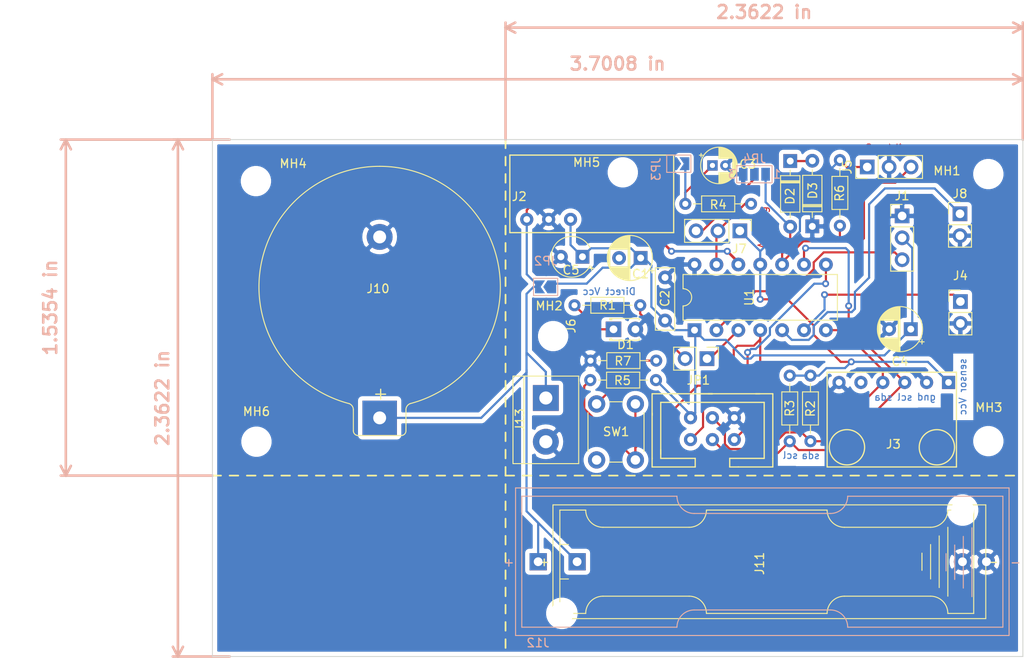
<source format=kicad_pcb>
(kicad_pcb (version 20171130) (host pcbnew "(5.1.6)-1")
  (title_block (title "TinySensor Board") (date 2018-11-11) (rev 1.1))
  (layers (0 F.Cu signal) (31 B.Cu signal) (34 B.Paste user) (35 F.Paste user) (36 B.SilkS user) (37 F.SilkS user) (38 B.Mask user) (39 F.Mask user) (44 Edge.Cuts user))
  (net 0 "")
  (net 1 /SCL)
  (net 2 /LED_OUT)
  (net 3 /TX_RADIO)
  (net 4 /SDA)
  (net 5 GND)
  (net 6 +BATT)
  (net 7 /RESET)
  (net 8 /OneWire)
  (net 9 /MISO)
  (net 10 /Analog_sensor)
  (net 11 /PWM_OUT)
  (net 12 "Net-(C3-Pad1)")
  (net 13 "Net-(JP1-Pad2)")
  (net 14 VCC)
  (net 15 /SENSOR_VCC)
  (net 16 /INT0)
  (net 17 "Net-(D1-Pad1)")
  (net 18 "Net-(D2-Pad1)")
  (net 19 "Net-(J7-Pad3)")
  (net 20 "Net-(R7-Pad2)")
  (module Connector_PinHeader_2.54mm:PinHeader_1x02_P2.54mm_Vertical (layer F.Cu) (at 170.36796 73.42632 270)
    (fp_text reference JP1 (at 2.5 1) (layer F.SilkS))
    (fp_text value "LED Jumper")
    (pad 2 thru_hole oval (at 0 2.54 270) (size 1.7 1.7) (drill 1) (layers *.Cu *.Mask) (net 13 "Net-(JP1-Pad2)"))
    (pad 1 thru_hole rect (at 0 0 270) (size 1.7 1.7) (drill 1) (layers *.Cu *.Mask) (net 2 /LED_OUT))
  )
  (module Capacitor_THT:CP_Radial_D5.0mm_P2.50mm (layer F.Cu) (at 162.67176 61.74232 180)
    (fp_text reference C1 (at 0.0254 -1.8542 180) (layer F.SilkS))
    (fp_text value 10u)
    (pad 2 thru_hole circle (at 2.5 0 180) (size 1.6 1.6) (drill 0.8) (layers *.Cu *.Mask) (net 5 GND))
    (pad 1 thru_hole rect (at 0 0 180) (size 1.6 1.6) (drill 0.8) (layers *.Cu *.Mask) (net 14 VCC))
  )
  (module Button_Switch_THT:SW_PUSH_6mm_H4.3mm (layer F.Cu) (at 162.06216 78.68412 270)
    (fp_text reference SW1 (at 3.2258 2.2352 180) (layer F.SilkS))
    (fp_text value RESET)
    (pad 1 thru_hole circle (at 6.5 0) (size 2 2) (drill 1.1) (layers *.Cu *.Mask) (net 7 /RESET))
    (pad 2 thru_hole circle (at 6.5 4.5) (size 2 2) (drill 1.1) (layers *.Cu *.Mask) (net 20 "Net-(R7-Pad2)"))
    (pad 1 thru_hole circle (at 0 0) (size 2 2) (drill 1.1) (layers *.Cu *.Mask) (net 7 /RESET))
    (pad 2 thru_hole circle (at 0 4.5) (size 2 2) (drill 1.1) (layers *.Cu *.Mask) (net 20 "Net-(R7-Pad2)"))
  )
  (module Resistor_THT:R_Axial_DIN0204_L3.6mm_D1.6mm_P7.62mm_Horizontal (layer F.Cu) (at 156.85516 73.65492)
    (fp_text reference R7 (at 3.7592 0.0508) (layer F.SilkS))
    (fp_text value 4k7)
    (pad 2 thru_hole oval (at 7.62 0) (size 1.4 1.4) (drill 0.7) (layers *.Cu *.Mask) (net 20 "Net-(R7-Pad2)"))
    (pad 1 thru_hole circle (at 0 0) (size 1.4 1.4) (drill 0.7) (layers *.Cu *.Mask) (net 5 GND))
  )
  (module Battery:BatteryHolder_Keystone_2460_1xAA (layer B.Cu) (at 150.78456 96.99752)
    (fp_text reference J12 (at -0.02 9.42 -180) (layer B.SilkS) (effects (justify mirror)))
    (fp_text value "AA Socket")
    (fp_text user - (at 55.37 0.06) (layer B.SilkS) (effects (justify mirror)))
    (fp_text user + (at -3.4 0.06) (layer B.SilkS) (effects (justify mirror)))
    (pad "" np_thru_hole circle (at 2.75 5.995 270) (size 2.64 2.64) (drill 2.64) (layers *.Cu *.Mask))
    (pad "" np_thru_hole circle (at 49.23 -5.995) (size 2.64 2.64) (drill 2.64) (layers *.Cu *.Mask))
    (pad 2 thru_hole circle (at 51.99 0 180) (size 2 2) (drill 1.02) (layers *.Cu *.Mask) (net 5 GND))
    (pad 1 thru_hole rect (at 0 0 180) (size 2 2) (drill 1.02) (layers *.Cu *.Mask) (net 6 +BATT))
  )
  (module Resistor_THT:R_Axial_DIN0204_L3.6mm_D1.6mm_P7.62mm_Horizontal (layer F.Cu) (at 156.82976 75.91552)
    (fp_text reference R5 (at 3.7338 0.0508) (layer F.SilkS))
    (fp_text value 10k)
    (pad 1 thru_hole circle (at 0 0) (size 1.4 1.4) (drill 0.7) (layers *.Cu *.Mask) (net 7 /RESET))
    (pad 2 thru_hole oval (at 7.62 0) (size 1.4 1.4) (drill 0.7) (layers *.Cu *.Mask) (net 14 VCC))
  )
  (module Jumper:SolderJumper-3_P1.3mm_Open_Pad1.0x1.5mm_NumberLabels (layer B.Cu) (at 175.86452 52.0192 180)
    (fp_text reference JP4 (at 0 1.8) (layer B.SilkS) (effects (justify mirror)))
    (fp_text value "Analog ref")
    (fp_text user 1 (at -2.6 0) (layer B.SilkS) (effects (justify mirror)))
    (fp_text user 3 (at 2.6 0) (layer B.SilkS) (effects (justify mirror)))
    (pad 1 smd rect (at -1.3 0 180) (size 1 1.5) (layers B.Cu B.Mask) (net 8 /OneWire))
    (pad 2 smd rect (at 0 0 180) (size 1 1.5) (layers B.Cu B.Mask) (net 19 "Net-(J7-Pad3)"))
    (pad 3 smd rect (at 1.3 0 180) (size 1 1.5) (layers B.Cu B.Mask) (net 5 GND))
  )
  (module Resistor_THT:R_Axial_DIN0204_L3.6mm_D1.6mm_P7.62mm_Horizontal (layer F.Cu) (at 185.78068 57.99836 90)
    (fp_text reference R6 (at 3.7846 -0.03556 90) (layer F.SilkS))
    (fp_text value 4k7)
    (pad 2 thru_hole oval (at 7.62 0 90) (size 1.4 1.4) (drill 0.7) (layers *.Cu *.Mask) (net 15 /SENSOR_VCC))
    (pad 1 thru_hole circle (at 0 0 90) (size 1.4 1.4) (drill 0.7) (layers *.Cu *.Mask) (net 8 /OneWire))
  )
  (module Connector_PinHeader_2.54mm:PinHeader_1x03_P2.54mm_Vertical (layer F.Cu) (at 188.9506 51.181 90)
    (fp_text reference J5 (at 0 -2.33 90) (layer F.SilkS))
    (fp_text value "OneWire sensor")
    (pad 3 thru_hole oval (at 0 5.08 90) (size 1.7 1.7) (drill 1) (layers *.Cu *.Mask) (net 8 /OneWire))
    (pad 2 thru_hole oval (at 0 2.54 90) (size 1.7 1.7) (drill 1) (layers *.Cu *.Mask) (net 5 GND))
    (pad 1 thru_hole rect (at 0 0 90) (size 1.7 1.7) (drill 1) (layers *.Cu *.Mask) (net 15 /SENSOR_VCC))
  )
  (module Diode_THT:D_DO-35_SOD27_P7.62mm_Horizontal (layer F.Cu) (at 182.58028 58.07456 90)
    (fp_text reference D3 (at 4.14528 0.04064 90) (layer F.SilkS))
    (fp_text value 1N914)
    (pad 2 thru_hole oval (at 7.62 0 90) (size 1.6 1.6) (drill 0.8) (layers *.Cu *.Mask) (net 18 "Net-(D2-Pad1)"))
    (pad 1 thru_hole rect (at 0 0 90) (size 1.6 1.6) (drill 0.8) (layers *.Cu *.Mask) (net 5 GND))
  )
  (module Diode_THT:D_DO-35_SOD27_P7.62mm_Horizontal (layer F.Cu) (at 180.01996 50.49012 270)
    (fp_text reference D2 (at 4.07924 0.02032 90) (layer F.SilkS))
    (fp_text value 1N914)
    (pad 2 thru_hole oval (at 7.62 0 270) (size 1.6 1.6) (drill 0.8) (layers *.Cu *.Mask) (net 8 /OneWire))
    (pad 1 thru_hole rect (at 0 0 270) (size 1.6 1.6) (drill 0.8) (layers *.Cu *.Mask) (net 18 "Net-(D2-Pad1)"))
  )
  (module LED_THT:LED_D1.8mm_W3.3mm_H2.4mm (layer F.Cu) (at 159.52216 70.02272)
    (fp_text reference D1 (at 1.397 1.778) (layer F.SilkS))
    (fp_text value LED)
    (pad 2 thru_hole circle (at 2.54 0) (size 1.8 1.8) (drill 0.9) (layers *.Cu *.Mask) (net 5 GND))
    (pad 1 thru_hole rect (at 0 0) (size 1.8 1.8) (drill 0.9) (layers *.Cu *.Mask) (net 17 "Net-(D1-Pad1)"))
  )
  (module Connector_PinHeader_2.54mm:PinHeader_1x02_P2.54mm_Vertical (layer F.Cu) (at 199.71004 56.61152)
    (fp_text reference J8 (at 0 -2.33) (layer F.SilkS))
    (fp_text value "EXT. INT0")
    (pad 2 thru_hole oval (at 0 2.54) (size 1.7 1.7) (drill 1) (layers *.Cu *.Mask) (net 5 GND))
    (pad 1 thru_hole rect (at 0 0) (size 1.7 1.7) (drill 1) (layers *.Cu *.Mask) (net 16 /INT0))
  )
  (module "battery supp.:BatteryHolder_Keystone_106_1x21mm" (layer F.Cu) (at 132.4 80.3 90)
    (fp_text reference J10 (at 14.992 -0.19) (layer F.SilkS))
    (fp_text value "CR2032 socket")
    (fp_text user + (at 2.75 0 90) (layer F.SilkS) (effects (font (size 1.5 1.5))))
    (pad 2 thru_hole circle (at 21 0 90) (size 3 3) (drill 1.5) (layers *.Cu *.Mask) (net 5 GND))
    (pad 1 thru_hole rect (at 0 0 90) (size 4 4) (drill 1.5) (layers *.Cu *.Mask) (net 6 +BATT))
  )
  (module Jumper:SolderJumper-2_P1.3mm_Open_TrianglePad1.0x1.5mm (layer B.Cu) (at 167.095 50.8)
    (fp_text reference JP3 (at -2.63 0.635 90) (layer B.SilkS) (effects (justify mirror)))
    (fp_text value " ")
    (pad 1 smd custom (at -0.725 0) (size 0.3 0.3) (layers B.Cu B.Mask) (net 5 GND) (options (clearance outline) (anchor rect)) (primitives (gr_poly (pts (xy -0.5 0.75) (xy 0.5 0.75) (xy 1 0) (xy 0.5 -0.75) (xy -0.5 -0.75)) (width 0))))
    (pad 2 smd custom (at 0.725 0) (size 0.3 0.3) (layers B.Cu B.Mask) (net 12 "Net-(C3-Pad1)") (options (clearance outline) (anchor rect)) (primitives (gr_poly (pts (xy -0.65 0.75) (xy 0.5 0.75) (xy 0.5 -0.75) (xy -0.65 -0.75) (xy -0.15 0)) (width 0))))
  )
  (module Jumper:SolderJumper-2_P1.3mm_Open_TrianglePad1.0x1.5mm (layer B.Cu) (at 151.64816 65.09512 180)
    (fp_text reference JP2 (at 0 3) (layer B.SilkS) (effects (justify mirror)))
    (fp_text value "DIRECT Vcc")
    (pad 2 smd custom (at 0.725 0 180) (size 0.3 0.3) (layers B.Cu B.Mask) (net 6 +BATT) (options (clearance outline) (anchor rect)) (primitives (gr_poly (pts (xy -0.65 0.75) (xy 0.5 0.75) (xy 0.5 -0.75) (xy -0.65 -0.75) (xy -0.15 0)) (width 0))))
    (pad 1 smd custom (at -0.725 0 180) (size 0.3 0.3) (layers B.Cu B.Mask) (net 14 VCC) (options (clearance outline) (anchor rect)) (primitives (gr_poly (pts (xy -0.5 0.75) (xy 0.5 0.75) (xy 1 0) (xy 0.5 -0.75) (xy -0.5 -0.75)) (width 0))))
  )
  (module Connector_PinHeader_2.54mm:PinHeader_1x02_P2.54mm_Vertical (layer F.Cu) (at 199.75576 66.79692)
    (fp_text reference J4 (at 0 -3) (layer F.SilkS))
    (fp_text value "PWM out")
    (pad 1 thru_hole rect (at 0 0) (size 1.7 1.7) (drill 1) (layers *.Cu *.Mask) (net 11 /PWM_OUT))
    (pad 2 thru_hole oval (at 0 2.54) (size 1.7 1.7) (drill 1) (layers *.Cu *.Mask) (net 5 GND))
  )
  (module Capacitor_THT:C_Rect_L7.0mm_W2.0mm_P5.00mm (layer F.Cu) (at 165.5 64 270)
    (fp_text reference C2 (at 2.44132 0.00884 90) (layer F.SilkS))
    (fp_text value 100n)
    (pad 1 thru_hole circle (at 0 0 270) (size 1.6 1.6) (drill 0.8) (layers *.Cu *.Mask) (net 5 GND))
    (pad 2 thru_hole circle (at 5 0 270) (size 1.6 1.6) (drill 0.8) (layers *.Cu *.Mask) (net 14 VCC))
  )
  (module Capacitor_THT:CP_Radial_D5.0mm_P2.50mm (layer F.Cu) (at 194 70 180)
    (fp_text reference C4 (at 1.25 -3.75 180) (layer F.SilkS))
    (fp_text value 10u)
    (pad 1 thru_hole rect (at 0 0 180) (size 1.6 1.6) (drill 0.8) (layers *.Cu *.Mask) (net 14 VCC))
    (pad 2 thru_hole circle (at 2.5 0 180) (size 1.6 1.6) (drill 0.8) (layers *.Cu *.Mask) (net 5 GND))
  )
  (module "TinySensor lib:DC-DC_0.9v-3.3v_to_3.3v" (layer F.Cu) (at 147.5 58.8)
    (fp_text reference J2 (at 1.09 -4.19) (layer F.SilkS))
    (fp_text value "DCDC converter")
    (pad 3 thru_hole circle (at 7.04 -1.54) (size 1.524 1.524) (drill 0.762) (layers *.Cu *.Mask) (net 14 VCC))
    (pad 2 thru_hole circle (at 4.5 -1.54) (size 1.524 1.524) (drill 0.762) (layers *.Cu *.Mask) (net 5 GND))
    (pad 1 thru_hole circle (at 1.96 -1.54) (size 1.524 1.524) (drill 0.762) (layers *.Cu *.Mask) (net 6 +BATT))
  )
  (module TerminalBlock:TerminalBlock_bornier-2_P5.08mm (layer F.Cu) (at 151.67356 77.99324 270)
    (fp_text reference J13 (at 2.54 3 270) (layer F.SilkS))
    (fp_text value "RAW IN")
    (pad 1 thru_hole rect (at 0 0 270) (size 3 3) (drill 1.52) (layers *.Cu *.Mask) (net 6 +BATT))
    (pad 2 thru_hole circle (at 5.08 0 270) (size 3 3) (drill 1.52) (layers *.Cu *.Mask) (net 5 GND))
  )
  (module Connector_PinHeader_2.54mm:PinHeader_1x03_P2.54mm_Vertical (layer F.Cu) (at 192.99936 56.86044)
    (fp_text reference J1 (at 0 -2.33 180) (layer F.SilkS))
    (fp_text value RADIO)
    (pad 3 thru_hole oval (at 0 5.08) (size 1.7 1.7) (drill 1) (layers *.Cu *.Mask) (net 3 /TX_RADIO))
    (pad 2 thru_hole oval (at 0 2.54) (size 1.7 1.7) (drill 1) (layers *.Cu *.Mask) (net 14 VCC))
    (pad 1 thru_hole rect (at 0 0) (size 1.7 1.7) (drill 1) (layers *.Cu *.Mask) (net 5 GND))
  )
  (module Connector_PinHeader_2.54mm:PinHeader_1x03_P2.54mm_Vertical (layer F.Cu) (at 174.17796 58.59272 270)
    (fp_text reference J7 (at 2.0828 0.0508 180) (layer F.SilkS))
    (fp_text value "Analog sensor")
    (pad 1 thru_hole rect (at 0 0 270) (size 1.7 1.7) (drill 1) (layers *.Cu *.Mask) (net 15 /SENSOR_VCC))
    (pad 2 thru_hole oval (at 0 2.54 270) (size 1.7 1.7) (drill 1) (layers *.Cu *.Mask) (net 10 /Analog_sensor))
    (pad 3 thru_hole oval (at 0 5.08 270) (size 1.7 1.7) (drill 1) (layers *.Cu *.Mask) (net 19 "Net-(J7-Pad3)"))
  )
  (module "TinySensor lib:ICSP_SOCKET_MINI_2x3" (layer F.Cu) (at 164 85)
    (fp_text reference J6 (at -9.4012 -15.374 -270) (layer F.SilkS))
    (fp_text value ISP)
    (pad 6 thru_hole circle (at 9.53428 -4.71488) (size 1.524 1.524) (drill 0.762) (layers *.Cu *.Mask) (net 5 GND))
    (pad 5 thru_hole circle (at 9.53428 -2.17488) (size 1.524 1.524) (drill 0.762) (layers *.Cu *.Mask) (net 7 /RESET))
    (pad 4 thru_hole circle (at 6.99428 -4.71488) (size 1.524 1.524) (drill 0.762) (layers *.Cu *.Mask) (net 4 /SDA))
    (pad 3 thru_hole circle (at 6.99428 -2.17488) (size 1.524 1.524) (drill 0.762) (layers *.Cu *.Mask) (net 1 /SCL))
    (pad 2 thru_hole circle (at 4.45428 -4.71488) (size 1.524 1.524) (drill 0.762) (layers *.Cu *.Mask) (net 14 VCC))
    (pad 1 thru_hole circle (at 4.45428 -2.17488) (size 1.524 1.524) (drill 0.762) (layers *.Cu *.Mask) (net 9 /MISO))
  )
  (module Package_DIP:DIP-14_W7.62mm (layer F.Cu) (at 168.92 70.12 90)
    (fp_text reference U1 (at 3.81 6.35 90) (layer F.SilkS))
    (fp_text value ATtiny84A-PU)
    (pad 14 thru_hole oval (at 7.62 0 90) (size 1.6 1.6) (drill 0.8) (layers *.Cu *.Mask) (net 5 GND))
    (pad 7 thru_hole oval (at 0 15.24 90) (size 1.6 1.6) (drill 0.8) (layers *.Cu *.Mask) (net 4 /SDA))
    (pad 13 thru_hole oval (at 7.62 2.54 90) (size 1.6 1.6) (drill 0.8) (layers *.Cu *.Mask) (net 10 /Analog_sensor))
    (pad 6 thru_hole oval (at 0 12.7 90) (size 1.6 1.6) (drill 0.8) (layers *.Cu *.Mask) (net 11 /PWM_OUT))
    (pad 12 thru_hole oval (at 7.62 5.08 90) (size 1.6 1.6) (drill 0.8) (layers *.Cu *.Mask) (net 6 +BATT))
    (pad 5 thru_hole oval (at 0 10.16 90) (size 1.6 1.6) (drill 0.8) (layers *.Cu *.Mask) (net 16 /INT0))
    (pad 11 thru_hole oval (at 7.62 7.62 90) (size 1.6 1.6) (drill 0.8) (layers *.Cu *.Mask) (net 15 /SENSOR_VCC))
    (pad 4 thru_hole oval (at 0 7.62 90) (size 1.6 1.6) (drill 0.8) (layers *.Cu *.Mask) (net 7 /RESET))
    (pad 10 thru_hole oval (at 7.62 10.16 90) (size 1.6 1.6) (drill 0.8) (layers *.Cu *.Mask) (net 8 /OneWire))
    (pad 3 thru_hole oval (at 0 5.08 90) (size 1.6 1.6) (drill 0.8) (layers *.Cu *.Mask) (net 2 /LED_OUT))
    (pad 9 thru_hole oval (at 7.62 12.7 90) (size 1.6 1.6) (drill 0.8) (layers *.Cu *.Mask) (net 1 /SCL))
    (pad 2 thru_hole oval (at 0 2.54 90) (size 1.6 1.6) (drill 0.8) (layers *.Cu *.Mask) (net 3 /TX_RADIO))
    (pad 8 thru_hole oval (at 7.62 15.24 90) (size 1.6 1.6) (drill 0.8) (layers *.Cu *.Mask) (net 9 /MISO))
    (pad 1 thru_hole rect (at 0 0 90) (size 1.6 1.6) (drill 0.8) (layers *.Cu *.Mask) (net 14 VCC))
  )
  (module Capacitor_THT:CP_Radial_Tantal_D4.5mm_P2.50mm (layer F.Cu) (at 155.92044 61.60008 180)
    (fp_text reference C5 (at 1.32588 -1.53924) (layer F.SilkS))
    (fp_text value 1n)
    (pad 1 thru_hole rect (at 0 0 180) (size 1.6 1.6) (drill 0.8) (layers *.Cu *.Mask) (net 14 VCC))
    (pad 2 thru_hole circle (at 2.5 0 180) (size 1.6 1.6) (drill 0.8) (layers *.Cu *.Mask) (net 5 GND))
  )
  (module MountingHole:MountingHole_2.5mm (layer F.Cu) (at 118.11 83.06562)
    (fp_text reference MH6 (at 0 -3.5) (layer F.SilkS))
    (fp_text value MountingHole)
    (pad 1 np_thru_hole circle (at 0 0) (size 2.5 2.5) (drill 2.5) (layers *.Cu *.Mask))
  )
  (module Battery:BatteryHolder_Keystone_2466_1xAAA (layer F.Cu) (at 155.3 97)
    (fp_text reference J11 (at 21.168 0.206 -90) (layer F.SilkS))
    (fp_text value "AAA socket")
    (fp_text user - (at 48.26 0) (layer F.SilkS))
    (fp_text user + (at -3.81 0) (layer F.SilkS))
    (pad 1 thru_hole rect (at 0 0) (size 2 2) (drill 1.02) (layers *.Cu *.Mask) (net 6 +BATT))
    (pad 2 thru_hole circle (at 44.7 0) (size 2 2) (drill 1.02) (layers *.Cu *.Mask) (net 5 GND))
  )
  (module Resistor_THT:R_Axial_DIN0204_L3.6mm_D1.6mm_P7.62mm_Horizontal (layer F.Cu) (at 155.00096 67.22872)
    (fp_text reference R1 (at 3.8354 0) (layer F.SilkS))
    (fp_text value 1k)
    (pad 1 thru_hole circle (at 0 0) (size 1.4 1.4) (drill 0.7) (layers *.Cu *.Mask) (net 17 "Net-(D1-Pad1)"))
    (pad 2 thru_hole oval (at 7.62 0) (size 1.4 1.4) (drill 0.7) (layers *.Cu *.Mask) (net 13 "Net-(JP1-Pad2)"))
  )
  (module Resistor_THT:R_Axial_DIN0204_L3.6mm_D1.6mm_P7.62mm_Horizontal (layer F.Cu) (at 182.36444 75.3934 270)
    (fp_text reference R2 (at 3.832 0 90) (layer F.SilkS))
    (fp_text value 4,7k)
    (pad 1 thru_hole circle (at 0 0 270) (size 1.4 1.4) (drill 0.7) (layers *.Cu *.Mask) (net 15 /SENSOR_VCC))
    (pad 2 thru_hole oval (at 7.62 0 270) (size 1.4 1.4) (drill 0.7) (layers *.Cu *.Mask) (net 4 /SDA))
  )
  (module MountingHole:MountingHole_2.5mm (layer F.Cu) (at 118.04904 52.81676)
    (fp_text reference MH4 (at 4.318 -2.032) (layer F.SilkS))
    (fp_text value MountingHole)
    (pad 1 np_thru_hole circle (at 0 0) (size 2.5 2.5) (drill 2.5) (layers *.Cu *.Mask))
  )
  (module MountingHole:MountingHole_2.5mm (layer F.Cu) (at 160.6 51.8)
    (fp_text reference MH5 (at -4.2 -1.15) (layer F.SilkS))
    (fp_text value MountingHole)
    (pad 1 np_thru_hole circle (at 0 0) (size 2.5 2.5) (drill 2.5) (layers *.Cu *.Mask))
  )
  (module MountingHole:MountingHole_2.5mm (layer F.Cu) (at 203 83)
    (fp_text reference MH3 (at 0.06 -3.9) (layer F.SilkS))
    (fp_text value MountingHole)
    (pad 1 np_thru_hole circle (at 0 0) (size 2.5 2.5) (drill 2.5) (layers *.Cu *.Mask))
  )
  (module MountingHole:MountingHole_2.5mm (layer F.Cu) (at 203 52)
    (fp_text reference MH1 (at -4.8 -0.37) (layer F.SilkS))
    (fp_text value MountingHole)
    (pad 1 np_thru_hole circle (at 0 0) (size 2.5 2.5) (drill 2.5) (layers *.Cu *.Mask))
  )
  (module MountingHole:MountingHole_2.5mm (layer F.Cu) (at 152.5228 70.808)
    (fp_text reference MH2 (at -0.46824 -3.50308) (layer F.SilkS))
    (fp_text value MountingHole)
    (pad 1 np_thru_hole circle (at 0 0) (size 2.5 2.5) (drill 2.5) (layers *.Cu *.Mask))
  )
  (module "TinySensor lib:BMx280_breakout" (layer F.Cu) (at 193.3 80 180)
    (fp_text reference J3 (at 1.31664 -3.35772) (layer F.SilkS))
    (fp_text value "I2C Sensor (BME/BMP 280)")
    (pad 6 thru_hole circle (at 7.62 3.81 180) (size 1.524 1.524) (drill 0.762) (layers *.Cu *.Mask) (net 5 GND))
    (pad 5 thru_hole circle (at 5.08 3.81 180) (size 1.524 1.524) (drill 0.762) (layers *.Cu *.Mask))
    (pad 4 thru_hole circle (at 2.54 3.81 180) (size 1.524 1.524) (drill 0.762) (layers *.Cu *.Mask) (net 4 /SDA))
    (pad 3 thru_hole circle (at 0 3.81 180) (size 1.524 1.524) (drill 0.762) (layers *.Cu *.Mask) (net 1 /SCL))
    (pad 2 thru_hole circle (at -2.54 3.81 180) (size 1.524 1.524) (drill 0.762) (layers *.Cu *.Mask) (net 5 GND))
    (pad 1 thru_hole rect (at -5.08 3.81 180) (size 1.524 1.524) (drill 0.762) (layers *.Cu *.Mask) (net 15 /SENSOR_VCC))
  )
  (module Resistor_THT:R_Axial_DIN0204_L3.6mm_D1.6mm_P7.62mm_Horizontal (layer F.Cu) (at 179.96444 75.3934 270)
    (fp_text reference R3 (at 3.8 0 90) (layer F.SilkS))
    (fp_text value 4,7k)
    (pad 1 thru_hole circle (at 0 0 270) (size 1.4 1.4) (drill 0.7) (layers *.Cu *.Mask) (net 15 /SENSOR_VCC))
    (pad 2 thru_hole oval (at 7.62 0 270) (size 1.4 1.4) (drill 0.7) (layers *.Cu *.Mask) (net 1 /SCL))
  )
  (module Capacitor_THT:CP_Radial_D4.0mm_P1.50mm (layer F.Cu) (at 171 51)
    (fp_text reference C3 (at 4.09 -0.14 180) (layer F.SilkS))
    (fp_text value 1u)
    (pad 1 thru_hole rect (at 0 0) (size 1.2 1.2) (drill 0.6) (layers *.Cu *.Mask) (net 12 "Net-(C3-Pad1)"))
    (pad 2 thru_hole circle (at 1.5 0) (size 1.2 1.2) (drill 0.6) (layers *.Cu *.Mask) (net 5 GND))
  )
  (module Resistor_THT:R_Axial_DIN0204_L3.6mm_D1.6mm_P7.62mm_Horizontal (layer F.Cu) (at 175.47336 55.45836 180)
    (fp_text reference R4 (at 3.81 -0.102 180) (layer F.SilkS))
    (fp_text value 75R)
    (pad 1 thru_hole circle (at 0 0 180) (size 1.4 1.4) (drill 0.7) (layers *.Cu *.Mask) (net 10 /Analog_sensor))
    (pad 2 thru_hole oval (at 7.62 0 180) (size 1.4 1.4) (drill 0.7) (layers *.Cu *.Mask) (net 12 "Net-(C3-Pad1)"))
  )
  (gr_text "sda\n" (at 182.38216 84.67344) (layer B.Cu) (effects (font (size 0.8 0.8) (thickness 0.125)) (justify mirror)))
  (gr_text "Digital out" (at 202.32116 68.24472 90) (layer F.Cu) (effects (font (size 1 1) (thickness 0.125))))
  (gr_text "sensor Vcc" (at 200.03516 76.70292 90) (layer B.Cu) (effects (font (size 0.8 0.8) (thickness 0.125)) (justify mirror)))
  (gr_text gnd (at 195.81876 77.87132) (layer B.Cu) (effects (font (size 0.8 0.8) (thickness 0.125)) (justify mirror)))
  (gr_text scl (at 193.30416 77.89672) (layer B.Cu) (effects (font (size 0.8 0.8) (thickness 0.125)) (justify mirror)))
  (gr_text sda (at 190.81496 77.89672) (layer B.Cu) (effects (font (size 0.8 0.8) (thickness 0.125)) (justify mirror)))
  (gr_text "Ext. Int0" (at 202.29576 58.03392 90) (layer F.Cu) (effects (font (size 1 1) (thickness 0.125))))
  (gr_text "scl\n" (at 180.03012 84.64804) (layer B.Cu) (effects (font (size 0.8 0.8) (thickness 0.125)) (justify mirror)))
  (gr_text i2c (at 192.11036 81.27492) (layer F.Cu) (effects (font (size 1 1) (thickness 0.125))))
  (gr_text DC-DC (at 151.03856 51.42992) (layer F.Cu) (effects (font (size 1 1) (thickness 0.125))))
  (gr_text "Direct Vcc" (at 159.01416 65.62852) (layer B.Cu) (effects (font (size 0.8 0.8) (thickness 0.125)) (justify mirror)))
  (gr_text OneWire (at 191.55156 49.06772) (layer F.Cu) (effects (font (size 1 1) (thickness 0.125))))
  (gr_text Analog (at 176.81956 58.18632 90) (layer F.Cu) (effects (font (size 1 1) (thickness 0.125))))
  (gr_text "Signal output" (at 195.56 59.39 90) (layer F.Cu) (effects (font (size 1 1) (thickness 0.125))))
  (gr_line (start 205 87) (end 206 87) (layer F.SilkS) (width 0.2))
  (gr_line (start 203 87) (end 204 87) (layer F.SilkS) (width 0.2))
  (gr_line (start 201 87) (end 202 87) (layer F.SilkS) (width 0.2))
  (gr_line (start 199 87) (end 200 87) (layer F.SilkS) (width 0.2))
  (gr_line (start 197 87) (end 198 87) (layer F.SilkS) (width 0.2))
  (gr_line (start 195 87) (end 196 87) (layer F.SilkS) (width 0.2))
  (gr_line (start 193 87) (end 194 87) (layer F.SilkS) (width 0.2))
  (gr_line (start 191 87) (end 192 87) (layer F.SilkS) (width 0.2))
  (gr_line (start 189 87) (end 190 87) (layer F.SilkS) (width 0.2))
  (gr_line (start 187 87) (end 188 87) (layer F.SilkS) (width 0.2))
  (gr_line (start 185 87) (end 186 87) (layer F.SilkS) (width 0.2))
  (gr_line (start 183 87) (end 184 87) (layer F.SilkS) (width 0.2))
  (gr_line (start 181 87) (end 182 87) (layer F.SilkS) (width 0.2))
  (gr_line (start 179 87) (end 180 87) (layer F.SilkS) (width 0.2))
  (gr_line (start 177 87) (end 178 87) (layer F.SilkS) (width 0.2))
  (gr_line (start 175 87) (end 176 87) (layer F.SilkS) (width 0.2))
  (gr_line (start 173 87) (end 174 87) (layer F.SilkS) (width 0.2))
  (gr_line (start 171 87) (end 172 87) (layer F.SilkS) (width 0.2))
  (gr_line (start 169 87) (end 170 87) (layer F.SilkS) (width 0.2))
  (gr_line (start 167 87) (end 168 87) (layer F.SilkS) (width 0.2))
  (gr_line (start 165 87) (end 166 87) (layer F.SilkS) (width 0.2))
  (gr_line (start 163 87) (end 164 87) (layer F.SilkS) (width 0.2))
  (gr_line (start 161 87) (end 162 87) (layer F.SilkS) (width 0.2))
  (gr_line (start 159 87) (end 160 87) (layer F.SilkS) (width 0.2))
  (gr_line (start 157 87) (end 158 87) (layer F.SilkS) (width 0.2))
  (gr_line (start 155 87) (end 156 87) (layer F.SilkS) (width 0.2))
  (gr_line (start 153 87) (end 154 87) (layer F.SilkS) (width 0.2))
  (gr_line (start 151 87) (end 152 87) (layer F.SilkS) (width 0.2))
  (gr_line (start 149 87) (end 150 87) (layer F.SilkS) (width 0.2))
  (gr_line (start 147 87) (end 148 87) (layer F.SilkS) (width 0.2))
  (gr_line (start 145 87) (end 146 87) (layer F.SilkS) (width 0.2))
  (gr_line (start 143 87) (end 144 87) (layer F.SilkS) (width 0.2))
  (gr_line (start 141 87) (end 142 87) (layer F.SilkS) (width 0.2))
  (gr_line (start 139 87) (end 140 87) (layer F.SilkS) (width 0.2))
  (gr_line (start 137 87) (end 138 87) (layer F.SilkS) (width 0.2))
  (gr_line (start 135 87) (end 136 87) (layer F.SilkS) (width 0.2))
  (gr_line (start 133 87) (end 134 87) (layer F.SilkS) (width 0.2))
  (gr_line (start 131 87) (end 132 87) (layer F.SilkS) (width 0.2))
  (gr_line (start 129 87) (end 130 87) (layer F.SilkS) (width 0.2))
  (gr_line (start 127 87) (end 128 87) (layer F.SilkS) (width 0.2))
  (gr_line (start 125 87) (end 126 87) (layer F.SilkS) (width 0.2))
  (gr_line (start 123 87) (end 124 87) (layer F.SilkS) (width 0.2))
  (gr_line (start 121 87) (end 122 87) (layer F.SilkS) (width 0.2))
  (gr_line (start 119 87) (end 120 87) (layer F.SilkS) (width 0.2))
  (gr_line (start 117 87) (end 118 87) (layer F.SilkS) (width 0.2))
  (gr_line (start 115 87) (end 116 87) (layer F.SilkS) (width 0.2))
  (gr_line (start 113 87) (end 114 87) (layer F.SilkS) (width 0.2))
  (gr_line (start 147 106) (end 147 107) (layer F.SilkS) (width 0.2))
  (gr_line (start 147 104) (end 147 105) (layer F.SilkS) (width 0.2))
  (gr_line (start 147 102) (end 147 103) (layer F.SilkS) (width 0.2))
  (gr_line (start 147 100) (end 147 101) (layer F.SilkS) (width 0.2))
  (gr_line (start 147 98) (end 147 99) (layer F.SilkS) (width 0.2))
  (gr_line (start 147 96) (end 147 97) (layer F.SilkS) (width 0.2))
  (gr_line (start 147 94) (end 147 95) (layer F.SilkS) (width 0.2))
  (gr_line (start 147 92) (end 147 93) (layer F.SilkS) (width 0.2))
  (gr_line (start 147 90) (end 147 91) (layer F.SilkS) (width 0.2))
  (gr_line (start 147 88) (end 147 89) (layer F.SilkS) (width 0.2))
  (gr_line (start 147 86) (end 147 87) (layer F.SilkS) (width 0.2))
  (gr_line (start 147 84) (end 147 85) (layer F.SilkS) (width 0.2))
  (gr_line (start 147 82) (end 147 83) (layer F.SilkS) (width 0.2))
  (gr_line (start 147 80) (end 147 81) (layer F.SilkS) (width 0.2))
  (gr_line (start 147 78) (end 147 79) (layer F.SilkS) (width 0.2))
  (gr_line (start 147 76) (end 147 77) (layer F.SilkS) (width 0.2))
  (gr_line (start 147 74) (end 147 75) (layer F.SilkS) (width 0.2))
  (gr_line (start 147 72) (end 147 73) (layer F.SilkS) (width 0.2))
  (gr_line (start 147 70) (end 147 71) (layer F.SilkS) (width 0.2))
  (gr_line (start 147 68) (end 147 69) (layer F.SilkS) (width 0.2))
  (gr_line (start 147 66) (end 147 67) (layer F.SilkS) (width 0.2))
  (gr_line (start 147 64) (end 147 65) (layer F.SilkS) (width 0.2))
  (gr_line (start 147 62) (end 147 63) (layer F.SilkS) (width 0.2))
  (gr_line (start 147 60) (end 147 61) (layer F.SilkS) (width 0.2))
  (gr_line (start 147 58) (end 147 59) (layer F.SilkS) (width 0.2))
  (gr_line (start 147 58) (end 147 59) (layer F.SilkS) (width 0.2))
  (gr_line (start 147 56) (end 147 57) (layer F.SilkS) (width 0.2))
  (gr_line (start 147 54) (end 147 55) (layer F.SilkS) (width 0.2))
  (gr_line (start 147 52) (end 147 53) (layer F.SilkS) (width 0.2))
  (gr_line (start 147 50) (end 147 51) (layer F.SilkS) (width 0.2))
  (gr_line (start 147 48) (end 147 49) (layer F.SilkS) (width 0.2))
  (dimension 39 (width 0.3) (layer B.SilkS) (gr_text "39,000 mm" (at 93.9 67.5 270) (layer B.SilkS) (effects (font (size 1.5 1.5) (thickness 0.3)))) (feature1 (pts (xy 113 87) (xy 95.413579 87))) (feature2 (pts (xy 113 48) (xy 95.413579 48))) (crossbar (pts (xy 96 48) (xy 96 87))) (arrow1a (pts (xy 96 87) (xy 95.413579 85.873496))) (arrow1b (pts (xy 96 87) (xy 96.586421 85.873496))) (arrow2a (pts (xy 96 48) (xy 95.413579 49.126504))) (arrow2b (pts (xy 96 48) (xy 96.586421 49.126504))))
  (dimension 60 (width 0.3) (layer B.SilkS) (gr_text "60,000 mm" (at 177 32.9) (layer B.SilkS) (effects (font (size 1.5 1.5) (thickness 0.3)))) (feature1 (pts (xy 207 48) (xy 207 34.413579))) (feature2 (pts (xy 147 48) (xy 147 34.413579))) (crossbar (pts (xy 147 35) (xy 207 35))) (arrow1a (pts (xy 207 35) (xy 205.873496 35.586421))) (arrow1b (pts (xy 207 35) (xy 205.873496 34.413579))) (arrow2a (pts (xy 147 35) (xy 148.126504 35.586421))) (arrow2b (pts (xy 147 35) (xy 148.126504 34.413579))))
  (gr_text "TinySensor v2.1" (at 204.98816 66.11112 90) (layer F.Cu) (effects (font (size 1.5 1.5) (thickness 0.3))))
  (dimension 94 (width 0.3) (layer B.SilkS) (gr_text "94,000 mm" (at 160 38.9) (layer B.SilkS) (effects (font (size 1.5 1.5) (thickness 0.3)))) (feature1 (pts (xy 207 48) (xy 207 40.413579))) (feature2 (pts (xy 113 48) (xy 113 40.413579))) (crossbar (pts (xy 113 41) (xy 207 41))) (arrow1a (pts (xy 207 41) (xy 205.873496 41.586421))) (arrow1b (pts (xy 207 41) (xy 205.873496 40.413579))) (arrow2a (pts (xy 113 41) (xy 114.126504 41.586421))) (arrow2b (pts (xy 113 41) (xy 114.126504 40.413579))))
  (dimension 60 (width 0.3) (layer B.SilkS) (gr_text "60,000 mm" (at 106.9 78 90) (layer B.SilkS) (effects (font (size 1.5 1.5) (thickness 0.3)))) (feature1 (pts (xy 115 48) (xy 108.413579 48))) (feature2 (pts (xy 115 108) (xy 108.413579 108))) (crossbar (pts (xy 109 108) (xy 109 48))) (arrow1a (pts (xy 109 48) (xy 109.586421 49.126504))) (arrow1b (pts (xy 109 48) (xy 108.413579 49.126504))) (arrow2a (pts (xy 109 108) (xy 109.586421 106.873496))) (arrow2b (pts (xy 109 108) (xy 108.413579 106.873496))))
  (gr_line (start 207 48) (end 113 48) (layer Edge.Cuts) (width 0.1))
  (gr_line (start 207 108) (end 207 48) (layer Edge.Cuts) (width 0.1))
  (gr_line (start 113 108) (end 207 108) (layer Edge.Cuts) (width 0.1))
  (gr_line (start 113 48) (end 113 108) (layer Edge.Cuts) (width 0.1))
  (via (at 181.8 60.6) (size 0.8) (drill 0.4) (layers F.Cu B.Cu) (net 1))
  (via (at 186.8 67.3) (size 0.8) (drill 0.4) (layers F.Cu B.Cu) (net 1))
  (segment (start 181.62 60.78) (end 181.8 60.6) (width 0.25) (layer F.Cu) (net 1))
  (segment (start 181.62 62.5) (end 181.62 60.78) (width 0.25) (layer F.Cu) (net 1))
  (segment (start 186.8 67.3) (end 186.8 69.69) (width 0.25) (layer F.Cu) (net 1))
  (segment (start 186.8 69.69) (end 193.3 76.19) (width 0.25) (layer F.Cu) (net 1))
  (segment (start 178.61571 84.36213) (end 179.96444 83.0134) (width 0.25) (layer F.Cu) (net 1))
  (segment (start 172.53129 84.36213) (end 178.61571 84.36213) (width 0.25) (layer F.Cu) (net 1))
  (segment (start 170.99428 82.82512) (end 172.53129 84.36213) (width 0.25) (layer F.Cu) (net 1))
  (segment (start 180.989441 84.038401) (end 185.451599 84.038401) (width 0.25) (layer F.Cu) (net 1))
  (segment (start 185.451599 84.038401) (end 187.35094 82.13906) (width 0.25) (layer F.Cu) (net 1))
  (segment (start 179.96444 83.0134) (end 180.989441 84.038401) (width 0.25) (layer F.Cu) (net 1))
  (segment (start 187.35094 82.13906) (end 193.3 76.19) (width 0.25) (layer F.Cu) (net 1))
  (segment (start 186.46208 60.6) (end 181.8 60.6) (width 0.25) (layer B.Cu) (net 1))
  (segment (start 186.8 67.3) (end 186.8 60.93792) (width 0.25) (layer B.Cu) (net 1))
  (segment (start 186.8 60.93792) (end 186.46208 60.6) (width 0.25) (layer B.Cu) (net 1))
  (segment (start 170.69368 73.42632) (end 174 70.12) (width 0.25) (layer F.Cu) (net 2))
  (segment (start 170.36796 73.42632) (end 170.69368 73.42632) (width 0.25) (layer F.Cu) (net 2))
  (segment (start 175.98 65.6) (end 171.46 70.12) (width 0.25) (layer F.Cu) (net 3))
  (segment (start 180.185002 65.6) (end 175.98 65.6) (width 0.25) (layer F.Cu) (net 3))
  (segment (start 182.745001 63.040001) (end 180.185002 65.6) (width 0.25) (layer F.Cu) (net 3))
  (segment (start 182.745001 62.249997) (end 182.745001 63.040001) (width 0.25) (layer F.Cu) (net 3))
  (segment (start 183.904557 61.090441) (end 182.745001 62.249997) (width 0.25) (layer F.Cu) (net 3))
  (segment (start 192.149361 61.090441) (end 183.904557 61.090441) (width 0.25) (layer F.Cu) (net 3))
  (segment (start 192.99936 61.94044) (end 192.149361 61.090441) (width 0.25) (layer F.Cu) (net 3))
  (segment (start 190.76 76.66) (end 190.76 76.19) (width 0.25) (layer F.Cu) (net 4))
  (segment (start 184.16 70.12) (end 186.12 70.12) (width 0.25) (layer F.Cu) (net 4))
  (segment (start 190.76 74.76) (end 190.76 76.19) (width 0.25) (layer F.Cu) (net 4))
  (segment (start 186.12 70.12) (end 190.76 74.76) (width 0.25) (layer F.Cu) (net 4))
  (segment (start 183.9366 83.0134) (end 182.36444 83.0134) (width 0.25) (layer F.Cu) (net 4))
  (segment (start 190.76 76.19) (end 183.9366 83.0134) (width 0.25) (layer F.Cu) (net 4))
  (segment (start 177.548717 83.912121) (end 179.472439 81.988399) (width 0.25) (layer F.Cu) (net 4))
  (segment (start 173.012519 83.912121) (end 177.548717 83.912121) (width 0.25) (layer F.Cu) (net 4))
  (segment (start 181.339439 81.988399) (end 182.36444 83.0134) (width 0.25) (layer F.Cu) (net 4))
  (segment (start 179.472439 81.988399) (end 181.339439 81.988399) (width 0.25) (layer F.Cu) (net 4))
  (segment (start 172.447279 83.346881) (end 173.012519 83.912121) (width 0.25) (layer F.Cu) (net 4))
  (segment (start 172.447279 81.738119) (end 172.447279 83.346881) (width 0.25) (layer F.Cu) (net 4))
  (segment (start 170.99428 80.28512) (end 172.447279 81.738119) (width 0.25) (layer F.Cu) (net 4))
  (via (at 172.72 60.96) (size 0.8) (drill 0.4) (layers F.Cu B.Cu) (net 6))
  (via (at 166.25 60.96) (size 0.8) (drill 0.4) (layers F.Cu B.Cu) (net 6))
  (segment (start 174 62.24) (end 172.72 60.96) (width 0.3) (layer F.Cu) (net 6))
  (segment (start 174 62.5) (end 174 62.24) (width 0.3) (layer F.Cu) (net 6))
  (segment (start 172.72 60.96) (end 166.25 60.96) (width 0.3) (layer B.Cu) (net 6))
  (segment (start 162 56.71) (end 166.25 60.96) (width 0.3) (layer F.Cu) (net 6))
  (segment (start 149.46 56.18237) (end 150.64237 55) (width 0.25) (layer F.Cu) (net 6))
  (segment (start 149.46 57.26) (end 149.46 56.18237) (width 0.25) (layer F.Cu) (net 6))
  (segment (start 160.29 55) (end 162 56.71) (width 0.25) (layer F.Cu) (net 6))
  (segment (start 150.64237 55) (end 160.29 55) (width 0.25) (layer F.Cu) (net 6))
  (segment (start 161.977999 56.687999) (end 162 56.71) (width 0.3) (layer F.Cu) (net 6))
  (segment (start 144.17504 80.3) (end 149.435 75.04004) (width 0.25) (layer B.Cu) (net 6))
  (segment (start 132.4 80.3) (end 144.17504 80.3) (width 0.25) (layer B.Cu) (net 6))
  (segment (start 149.435 75.04004) (end 149.435 74.95368) (width 0.25) (layer B.Cu) (net 6))
  (segment (start 151.67356 74.96212) (end 149.435 72.72356) (width 0.25) (layer B.Cu) (net 6))
  (segment (start 151.67356 77.99324) (end 151.67356 74.96212) (width 0.25) (layer B.Cu) (net 6))
  (segment (start 149.435 74.73868) (end 149.435 91.135) (width 0.25) (layer B.Cu) (net 6))
  (segment (start 149.435 74.95368) (end 149.435 74.73868) (width 0.25) (layer B.Cu) (net 6))
  (segment (start 150.78456 92.48456) (end 150.34864 92.04864) (width 0.25) (layer B.Cu) (net 6))
  (segment (start 150.78456 96.99752) (end 150.78456 92.48456) (width 0.25) (layer B.Cu) (net 6))
  (segment (start 149.435 91.135) (end 150.34864 92.04864) (width 0.25) (layer B.Cu) (net 6))
  (segment (start 150.34864 92.04864) (end 155.3 97) (width 0.25) (layer B.Cu) (net 6))
  (segment (start 149.46 63.63196) (end 150.92316 65.09512) (width 0.25) (layer B.Cu) (net 6))
  (segment (start 149.46 57.26) (end 149.46 63.63196) (width 0.25) (layer B.Cu) (net 6))
  (segment (start 150.92316 65.09512) (end 150.25116 65.09512) (width 0.25) (layer B.Cu) (net 6))
  (segment (start 150.25116 65.09512) (end 149.435 65.91128) (width 0.25) (layer B.Cu) (net 6))
  (segment (start 149.435 74.73868) (end 149.435 73.12488) (width 0.25) (layer B.Cu) (net 6))
  (segment (start 149.435 65.91128) (end 149.435 73.12488) (width 0.25) (layer B.Cu) (net 6))
  (segment (start 149.435 73.12488) (end 149.435 72.72356) (width 0.25) (layer B.Cu) (net 6))
  (segment (start 173.53428 82.82512) (end 176.54 79.8194) (width 0.25) (layer F.Cu) (net 7))
  (segment (start 162.06216 85.18412) (end 162.06216 83.769907) (width 0.25) (layer F.Cu) (net 7))
  (segment (start 175.80324 71.92772) (end 176.54 71.19096) (width 0.25) (layer F.Cu) (net 7))
  (segment (start 173.904347 71.92772) (end 175.80324 71.92772) (width 0.25) (layer F.Cu) (net 7))
  (segment (start 176.54 79.8194) (end 176.54 71.19096) (width 0.25) (layer F.Cu) (net 7))
  (segment (start 176.54 71.19096) (end 176.54 70.12) (width 0.25) (layer F.Cu) (net 7))
  (segment (start 156.129761 76.615519) (end 156.129761 79.251721) (width 0.25) (layer F.Cu) (net 7))
  (segment (start 156.129761 79.251721) (end 162.06216 85.18412) (width 0.25) (layer F.Cu) (net 7))
  (segment (start 156.82976 75.91552) (end 156.129761 76.615519) (width 0.25) (layer F.Cu) (net 7))
  (segment (start 169.265954 76.566114) (end 171.495366 76.566114) (width 0.25) (layer F.Cu) (net 7))
  (segment (start 162.06216 83.769907) (end 169.265954 76.566114) (width 0.25) (layer F.Cu) (net 7))
  (segment (start 171.495366 76.566114) (end 173.469653 74.591827) (width 0.25) (layer F.Cu) (net 7))
  (segment (start 173.469653 74.591827) (end 173.469653 72.362413) (width 0.25) (layer F.Cu) (net 7))
  (segment (start 173.469653 72.362413) (end 173.904347 71.92772) (width 0.25) (layer F.Cu) (net 7))
  (segment (start 162.06216 78.68412) (end 162.06216 85.18412) (width 0.25) (layer F.Cu) (net 7))
  (segment (start 192.21196 52.99964) (end 194.0306 51.181) (width 0.25) (layer F.Cu) (net 8))
  (segment (start 190.43396 52.99964) (end 192.21196 52.99964) (width 0.25) (layer F.Cu) (net 8))
  (segment (start 188.5696 54.864) (end 190.43396 52.99964) (width 0.25) (layer F.Cu) (net 8))
  (segment (start 180.8734 60.453598) (end 181.520158 59.80684) (width 0.25) (layer F.Cu) (net 8))
  (segment (start 188.5696 59.45632) (end 188.5696 54.864) (width 0.25) (layer F.Cu) (net 8))
  (segment (start 188.21908 59.80684) (end 188.5696 59.45632) (width 0.25) (layer F.Cu) (net 8))
  (segment (start 185.78068 57.99836) (end 185.78068 59.3344) (width 0.25) (layer F.Cu) (net 8))
  (segment (start 185.78068 59.3344) (end 185.30824 59.80684) (width 0.25) (layer F.Cu) (net 8))
  (segment (start 181.520158 59.80684) (end 185.30824 59.80684) (width 0.25) (layer F.Cu) (net 8))
  (segment (start 185.30824 59.80684) (end 188.21908 59.80684) (width 0.25) (layer F.Cu) (net 8))
  (segment (start 179.08 62.246998) (end 181.520158 59.80684) (width 0.25) (layer F.Cu) (net 8))
  (segment (start 179.08 62.5) (end 179.08 62.246998) (width 0.25) (layer F.Cu) (net 8))
  (segment (start 179.08016 62.49984) (end 179.08 62.5) (width 0.25) (layer F.Cu) (net 8))
  (segment (start 177.16452 55.25468) (end 180.01996 58.11012) (width 0.25) (layer B.Cu) (net 8))
  (segment (start 177.16452 52.0192) (end 177.16452 55.25468) (width 0.25) (layer B.Cu) (net 8))
  (segment (start 180.01996 58.11012) (end 180.01996 60.27928) (width 0.25) (layer F.Cu) (net 8))
  (segment (start 179.08 61.21924) (end 179.08 62.5) (width 0.25) (layer F.Cu) (net 8))
  (segment (start 180.01996 60.27928) (end 179.08 61.21924) (width 0.25) (layer F.Cu) (net 8))
  (via (at 184.125 64.725) (size 0.8) (drill 0.4) (layers F.Cu B.Cu) (net 9))
  (via (at 175.075 72.7) (size 0.8) (drill 0.4) (layers F.Cu B.Cu) (net 9))
  (segment (start 184.16 64.69) (end 184.125 64.725) (width 0.25) (layer F.Cu) (net 9))
  (segment (start 184.16 62.5) (end 184.16 64.69) (width 0.25) (layer F.Cu) (net 9))
  (segment (start 175.474999 72.300001) (end 175.075 72.7) (width 0.25) (layer B.Cu) (net 9))
  (segment (start 176.025001 72.300001) (end 175.474999 72.300001) (width 0.25) (layer B.Cu) (net 9))
  (segment (start 177.665001 70.660001) (end 176.025001 72.300001) (width 0.25) (layer B.Cu) (net 9))
  (segment (start 177.665001 69.869997) (end 177.665001 70.660001) (width 0.25) (layer B.Cu) (net 9))
  (segment (start 182.809998 64.725) (end 177.665001 69.869997) (width 0.25) (layer B.Cu) (net 9))
  (segment (start 184.125 64.725) (end 182.809998 64.725) (width 0.25) (layer B.Cu) (net 9))
  (segment (start 169.907279 81.372121) (end 168.45428 82.82512) (width 0.25) (layer F.Cu) (net 9))
  (segment (start 175.075 74.25648) (end 169.907279 79.424201) (width 0.25) (layer F.Cu) (net 9))
  (segment (start 175.075 72.7) (end 175.075 74.25648) (width 0.25) (layer F.Cu) (net 9))
  (segment (start 169.907279 79.424201) (end 169.907279 81.372121) (width 0.25) (layer F.Cu) (net 9))
  (segment (start 171.49572 62.46428) (end 171.46 62.5) (width 0.25) (layer F.Cu) (net 10))
  (segment (start 171.46 58.77068) (end 171.63796 58.59272) (width 0.25) (layer F.Cu) (net 10))
  (segment (start 171.46 62.5) (end 171.46 58.77068) (width 0.25) (layer F.Cu) (net 10))
  (segment (start 174.77232 55.45836) (end 175.47336 55.45836) (width 0.25) (layer F.Cu) (net 10))
  (segment (start 171.63796 58.59272) (end 174.77232 55.45836) (width 0.25) (layer F.Cu) (net 10))
  (via (at 184 66) (size 0.8) (drill 0.4) (layers F.Cu B.Cu) (net 11))
  (segment (start 184 67.74) (end 181.62 70.12) (width 0.25) (layer B.Cu) (net 11))
  (segment (start 184 66) (end 184 67.74) (width 0.25) (layer B.Cu) (net 11))
  (segment (start 198.95884 66) (end 184 66) (width 0.25) (layer F.Cu) (net 11))
  (segment (start 199.75576 66.79692) (end 198.95884 66) (width 0.25) (layer F.Cu) (net 11))
  (segment (start 170.88 51) (end 171 51) (width 0.25) (layer F.Cu) (net 12))
  (segment (start 168.02 51) (end 167.82 50.8) (width 0.25) (layer B.Cu) (net 12))
  (segment (start 167.85336 50.83336) (end 167.82 50.8) (width 0.25) (layer B.Cu) (net 12))
  (segment (start 167.85336 55.45836) (end 167.85336 50.83336) (width 0.25) (layer B.Cu) (net 12))
  (segment (start 167.85336 54.14664) (end 171 51) (width 0.25) (layer F.Cu) (net 12))
  (segment (start 167.85336 55.45836) (end 167.85336 54.14664) (width 0.25) (layer F.Cu) (net 12))
  (segment (start 167.82796 73.42632) (end 165.05936 70.65772) (width 0.25) (layer F.Cu) (net 13))
  (segment (start 162.62096 68.21932) (end 165.05936 70.65772) (width 0.25) (layer F.Cu) (net 13))
  (segment (start 162.62096 67.22872) (end 162.62096 68.21932) (width 0.25) (layer F.Cu) (net 13))
  (segment (start 166.62 70.12) (end 168.92 70.12) (width 0.25) (layer B.Cu) (net 14))
  (segment (start 165.5 69) (end 166.62 70.12) (width 0.25) (layer B.Cu) (net 14))
  (segment (start 154.54 60.21964) (end 155.92044 61.60008) (width 0.25) (layer B.Cu) (net 14))
  (segment (start 154.54 57.26) (end 154.54 60.21964) (width 0.25) (layer B.Cu) (net 14))
  (segment (start 194.174361 69.825639) (end 194 70) (width 0.25) (layer B.Cu) (net 14))
  (segment (start 194.174361 60.575441) (end 194.174361 69.825639) (width 0.25) (layer B.Cu) (net 14))
  (segment (start 192.99936 59.40044) (end 194.174361 60.575441) (width 0.25) (layer B.Cu) (net 14))
  (segment (start 190.951999 73.048001) (end 175.800001 73.048001) (width 0.25) (layer B.Cu) (net 14))
  (segment (start 194 70) (end 190.951999 73.048001) (width 0.25) (layer B.Cu) (net 14))
  (segment (start 162.67176 61.74232) (end 163.05276 61.74232) (width 0.25) (layer B.Cu) (net 14))
  (segment (start 163.05276 61.74232) (end 163.91636 62.60592) (width 0.25) (layer B.Cu) (net 14))
  (segment (start 163.91636 67.41636) (end 165.5 69) (width 0.25) (layer B.Cu) (net 14))
  (segment (start 163.91636 62.60592) (end 163.91636 67.41636) (width 0.25) (layer B.Cu) (net 14))
  (segment (start 156.40442 64.72058) (end 152.7477 64.72058) (width 0.25) (layer B.Cu) (net 14))
  (segment (start 161.546759 62.867321) (end 158.257679 62.867321) (width 0.25) (layer B.Cu) (net 14))
  (segment (start 152.7477 64.72058) (end 152.37316 65.09512) (width 0.25) (layer B.Cu) (net 14))
  (segment (start 158.257679 62.867321) (end 156.40442 64.72058) (width 0.25) (layer B.Cu) (net 14))
  (segment (start 162.67176 61.74232) (end 161.546759 62.867321) (width 0.25) (layer B.Cu) (net 14))
  (segment (start 169.002961 79.736439) (end 168.45428 80.28512) (width 0.25) (layer B.Cu) (net 14))
  (segment (start 169.002961 70.202961) (end 169.002961 79.736439) (width 0.25) (layer B.Cu) (net 14))
  (segment (start 168.92 70.12) (end 169.002961 70.202961) (width 0.25) (layer B.Cu) (net 14))
  (segment (start 168.45428 79.92004) (end 168.45428 80.28512) (width 0.25) (layer B.Cu) (net 14))
  (segment (start 164.44976 75.91552) (end 168.45428 79.92004) (width 0.25) (layer B.Cu) (net 14))
  (segment (start 175.423001 73.425001) (end 175.800001 73.048001) (width 0.25) (layer B.Cu) (net 14))
  (segment (start 174.726999 73.425001) (end 175.423001 73.425001) (width 0.25) (layer B.Cu) (net 14))
  (segment (start 172.546999 71.245001) (end 174.726999 73.425001) (width 0.25) (layer B.Cu) (net 14))
  (segment (start 170.045001 71.245001) (end 172.546999 71.245001) (width 0.25) (layer B.Cu) (net 14))
  (segment (start 168.92 70.12) (end 170.045001 71.245001) (width 0.25) (layer B.Cu) (net 14))
  (segment (start 156.903201 60.617319) (end 155.92044 61.60008) (width 0.25) (layer B.Cu) (net 14))
  (segment (start 161.546759 60.617319) (end 156.903201 60.617319) (width 0.25) (layer B.Cu) (net 14))
  (segment (start 162.67176 61.74232) (end 161.546759 60.617319) (width 0.25) (layer B.Cu) (net 14))
  (segment (start 176.54 62.5) (end 176.54 66.54) (width 0.25) (layer B.Cu) (net 15))
  (via (at 176.54 66.54) (size 0.8) (drill 0.4) (layers F.Cu B.Cu) (net 15))
  (via (at 187.10148 73.79716) (size 0.8) (drill 0.4) (layers F.Cu B.Cu) (net 15))
  (segment (start 195.98716 73.79716) (end 198.38 76.19) (width 0.25) (layer B.Cu) (net 15))
  (segment (start 187.10148 73.79716) (end 195.98716 73.79716) (width 0.25) (layer B.Cu) (net 15))
  (segment (start 182.745001 70.660001) (end 182.745001 69.579999) (width 0.25) (layer F.Cu) (net 15))
  (segment (start 185.88216 73.79716) (end 182.745001 70.660001) (width 0.25) (layer F.Cu) (net 15))
  (segment (start 179.705002 66.54) (end 176.54 66.54) (width 0.25) (layer F.Cu) (net 15))
  (segment (start 182.745001 69.579999) (end 179.705002 66.54) (width 0.25) (layer F.Cu) (net 15))
  (segment (start 187.10148 73.79716) (end 185.88216 73.79716) (width 0.25) (layer F.Cu) (net 15))
  (segment (start 179.96444 75.3934) (end 182.36444 75.3934) (width 0.25) (layer B.Cu) (net 15))
  (segment (start 183.354389 75.3934) (end 184.219109 74.52868) (width 0.25) (layer B.Cu) (net 15))
  (segment (start 182.36444 75.3934) (end 183.354389 75.3934) (width 0.25) (layer B.Cu) (net 15))
  (segment (start 186.36996 74.52868) (end 187.10148 73.79716) (width 0.25) (layer B.Cu) (net 15))
  (segment (start 184.219109 74.52868) (end 186.36996 74.52868) (width 0.25) (layer B.Cu) (net 15))
  (segment (start 188.9506 51.181) (end 188.765399 51.366201) (width 0.25) (layer F.Cu) (net 15))
  (segment (start 186.58332 51.181) (end 185.78068 50.37836) (width 0.25) (layer F.Cu) (net 15))
  (segment (start 188.9506 51.181) (end 186.58332 51.181) (width 0.25) (layer F.Cu) (net 15))
  (segment (start 176.54 60.95476) (end 174.17796 58.59272) (width 0.25) (layer B.Cu) (net 15))
  (segment (start 176.54 62.5) (end 176.54 60.95476) (width 0.25) (layer B.Cu) (net 15))
  (segment (start 181.144961 58.650121) (end 179.602162 60.19292) (width 0.25) (layer B.Cu) (net 15))
  (segment (start 185.78068 50.37836) (end 181.144961 55.014079) (width 0.25) (layer B.Cu) (net 15))
  (segment (start 181.144961 55.014079) (end 181.144961 58.650121) (width 0.25) (layer B.Cu) (net 15))
  (segment (start 177.30184 60.19292) (end 176.54 60.95476) (width 0.25) (layer B.Cu) (net 15))
  (segment (start 179.602162 60.19292) (end 177.30184 60.19292) (width 0.25) (layer B.Cu) (net 15))
  (segment (start 180.205001 71.245001) (end 179.08 70.12) (width 0.25) (layer B.Cu) (net 16))
  (segment (start 182.160001 71.245001) (end 180.205001 71.245001) (width 0.25) (layer B.Cu) (net 16))
  (segment (start 182.745001 70.660001) (end 182.160001 71.245001) (width 0.25) (layer B.Cu) (net 16))
  (segment (start 184.351409 68.025001) (end 182.745001 69.631409) (width 0.25) (layer B.Cu) (net 16))
  (segment (start 187.525001 67.648001) (end 187.148001 68.025001) (width 0.25) (layer B.Cu) (net 16))
  (segment (start 187.148001 68.025001) (end 184.351409 68.025001) (width 0.25) (layer B.Cu) (net 16))
  (segment (start 182.745001 69.631409) (end 182.745001 70.660001) (width 0.25) (layer B.Cu) (net 16))
  (segment (start 196.766839 53.668319) (end 199.71004 56.61152) (width 0.25) (layer B.Cu) (net 16))
  (segment (start 187.525001 65.675797) (end 189.16904 64.031758) (width 0.25) (layer B.Cu) (net 16))
  (segment (start 187.525001 67.648001) (end 187.525001 65.675797) (width 0.25) (layer B.Cu) (net 16))
  (segment (start 189.16904 64.031758) (end 189.16904 55.50408) (width 0.25) (layer B.Cu) (net 16))
  (segment (start 191.004801 53.668319) (end 196.766839 53.668319) (width 0.25) (layer B.Cu) (net 16))
  (segment (start 189.16904 55.50408) (end 191.004801 53.668319) (width 0.25) (layer B.Cu) (net 16))
  (segment (start 157.79496 70.02272) (end 155.00096 67.22872) (width 0.25) (layer F.Cu) (net 17))
  (segment (start 159.52216 70.02272) (end 157.79496 70.02272) (width 0.25) (layer F.Cu) (net 17))
  (segment (start 180.09108 51.03876) (end 180.05552 51.07432) (width 0.25) (layer F.Cu) (net 18))
  (segment (start 182.54472 50.49012) (end 182.58028 50.45456) (width 0.25) (layer F.Cu) (net 18))
  (segment (start 180.01996 50.49012) (end 182.54472 50.49012) (width 0.25) (layer F.Cu) (net 18))
  (segment (start 169.826002 58.59272) (end 169.09796 58.59272) (width 0.25) (layer F.Cu) (net 19))
  (segment (start 175.86452 52.554202) (end 169.826002 58.59272) (width 0.25) (layer F.Cu) (net 19))
  (segment (start 175.86452 52.0192) (end 175.86452 52.554202) (width 0.25) (layer F.Cu) (net 19))
  (segment (start 162.59136 73.65492) (end 157.56216 78.68412) (width 0.25) (layer F.Cu) (net 20))
  (segment (start 164.47516 73.65492) (end 162.59136 73.65492) (width 0.25) (layer F.Cu) (net 20))
  (zone (net 5) (net_name GND) (layer B.Cu) (connect_pads (clearance 0.508)) (min_thickness 0.254) (fill yes (arc_segments 16) (thermal_gap 0.508) (thermal_bridge_width 0.508))
    (polygon (pts (xy 113 48) (xy 207 48) (xy 207 108) (xy 113 108)))
  )
)
</source>
